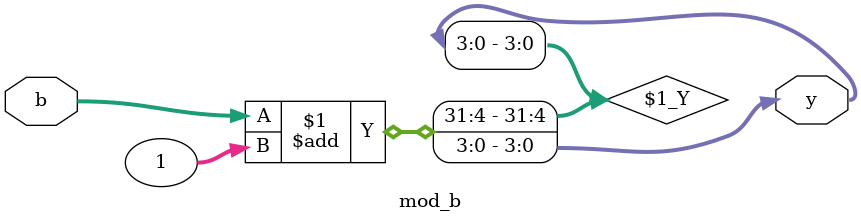
<source format=sv>
`timescale 1ns/1ps


module mod_b(input logic [3:0] b, output logic [3:0] y);
    assign y = b + 1;
endmodule

</source>
